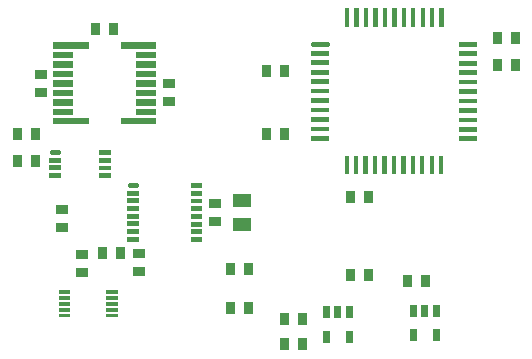
<source format=gbr>
G04 start of page 9 for group -4015 idx -4015
G04 Title: (unknown), toppaste *
G04 Creator: pcb 20070208 *
G04 CreationDate: Fri Aug 31 23:19:37 2007 UTC *
G04 For: sean *
G04 Format: Gerber/RS-274X *
G04 PCB-Dimensions: 250000 150000 *
G04 PCB-Coordinate-Origin: lower left *
%MOIN*%
%FSLAX24Y24*%
%LNFRONTPASTE*%
%ADD23R,0.0240X0.0240*%
%ADD24R,0.0300X0.0300*%
%ADD25R,0.0450X0.0450*%
%ADD26R,0.0160X0.0160*%
%ADD27C,0.0160*%
%ADD28R,0.0216X0.0216*%
%ADD29R,0.0118X0.0118*%
%ADD30C,0.0150*%
%ADD31R,0.0150X0.0150*%
G54D24*X4350Y4960D02*X4450D01*
X4350Y4360D02*X4450D01*
X6270Y4980D02*X6370D01*
X6270Y4380D02*X6370D01*
X5080Y5050D02*Y4950D01*
X5680Y5050D02*Y4950D01*
G54D30*X12120Y11960D02*X12580D01*
G54D31*X12120Y11650D02*X12580D01*
X12120Y11340D02*X12580D01*
X12120Y11020D02*X12580D01*
X12120Y10710D02*X12580D01*
X12120Y10390D02*X12580D01*
X12120Y10080D02*X12580D01*
X12120Y9760D02*X12580D01*
X12120Y9450D02*X12580D01*
X12120Y9130D02*X12580D01*
X12120Y8820D02*X12580D01*
X13240Y8150D02*Y7690D01*
X13550Y8150D02*Y7690D01*
X13860Y8150D02*Y7690D01*
X14180Y8150D02*Y7690D01*
X14490Y8150D02*Y7690D01*
X14810Y8150D02*Y7690D01*
X15120Y8150D02*Y7690D01*
X15440Y8150D02*Y7690D01*
X15750Y8150D02*Y7690D01*
X16070Y8150D02*Y7690D01*
X16380Y8150D02*Y7690D01*
X17050Y8810D02*X17510D01*
X17050Y9120D02*X17510D01*
X17050Y9430D02*X17510D01*
X17050Y9750D02*X17510D01*
X17050Y10060D02*X17510D01*
X17050Y10380D02*X17510D01*
X17050Y10690D02*X17510D01*
X17050Y11010D02*X17510D01*
X17050Y11320D02*X17510D01*
X17050Y11640D02*X17510D01*
X17050Y11950D02*X17510D01*
X16390Y13080D02*Y12620D01*
X16080Y13080D02*Y12620D01*
X15770Y13080D02*Y12620D01*
X15450Y13080D02*Y12620D01*
X15140Y13080D02*Y12620D01*
X14820Y13080D02*Y12620D01*
X14510Y13080D02*Y12620D01*
X14190Y13080D02*Y12620D01*
X13880Y13080D02*Y12620D01*
X13560Y13080D02*Y12620D01*
X13250Y13080D02*Y12620D01*
G54D27*X6000Y7250D02*X6220D01*
G54D26*X6000Y6990D02*X6220D01*
X6000Y6740D02*X6220D01*
X6000Y6480D02*X6220D01*
X6000Y6220D02*X6220D01*
X6000Y5970D02*X6220D01*
X6000Y5710D02*X6220D01*
X6000Y5460D02*X6220D01*
X8120Y5450D02*X8340D01*
X8120Y5710D02*X8340D01*
X8120Y5960D02*X8340D01*
X8120Y6220D02*X8340D01*
X8120Y6480D02*X8340D01*
X8120Y6730D02*X8340D01*
X8120Y6990D02*X8340D01*
X8120Y7240D02*X8340D01*
G54D24*X8800Y6650D02*X8900D01*
X8800Y6050D02*X8900D01*
X2250Y9000D02*Y8900D01*
X2850Y9000D02*Y8900D01*
X13350Y6900D02*Y6800D01*
X13950Y6900D02*Y6800D01*
X13350Y4300D02*Y4200D01*
X13950Y4300D02*Y4200D01*
X15250Y4100D02*Y4000D01*
X15850Y4100D02*Y4000D01*
X18850Y12200D02*Y12100D01*
X18250Y12200D02*Y12100D01*
X9350Y4500D02*Y4400D01*
X9950Y4500D02*Y4400D01*
X3700Y5850D02*X3800D01*
X3700Y6450D02*X3800D01*
X2250Y8100D02*Y8000D01*
X2850Y8100D02*Y8000D01*
X3000Y10950D02*X3100D01*
X3000Y10350D02*X3100D01*
X9350Y3200D02*Y3100D01*
X9950Y3200D02*Y3100D01*
X18250Y11300D02*Y11200D01*
X18850Y11300D02*Y11200D01*
X11150Y2850D02*Y2750D01*
X11750Y2850D02*Y2750D01*
X7250Y10650D02*X7350D01*
X7250Y10050D02*X7350D01*
X10550Y11100D02*Y11000D01*
X11150Y11100D02*Y11000D01*
G54D25*X9680Y6750D02*X9820D01*
X9680Y5950D02*X9820D01*
G54D24*X11150Y2000D02*Y1900D01*
X11750Y2000D02*Y1900D01*
X10550Y9000D02*Y8900D01*
X11150Y9000D02*Y8900D01*
G54D29*X3693Y3696D02*X3968D01*
X3693Y3499D02*X3968D01*
X3693Y3302D02*X3968D01*
X3693Y3105D02*X3968D01*
X3693Y2908D02*X3968D01*
X5268D02*X5543D01*
X5268Y3105D02*X5543D01*
X5268Y3302D02*X5543D01*
X5268Y3499D02*X5543D01*
X5268Y3696D02*X5543D01*
G54D23*X15450Y2330D02*Y2170D01*
X16230Y2330D02*Y2170D01*
Y3150D02*Y2990D01*
X15840Y3150D02*Y2990D01*
X15450Y3150D02*Y2990D01*
G54D28*X3555Y11909D02*X4520D01*
X5819Y9390D02*X6783D01*
X3555Y10020D02*X4008D01*
X3555Y10335D02*X4008D01*
X3555Y10650D02*X4008D01*
X3555Y9705D02*X4008D01*
X3555Y10965D02*X4008D01*
X3555Y11279D02*X4008D01*
X3555Y11594D02*X4008D01*
X3555Y9390D02*X4520D01*
X5819Y11909D02*X6783D01*
X6331Y10020D02*X6783D01*
X6331Y10335D02*X6783D01*
X6331Y10650D02*X6783D01*
X6331Y9705D02*X6783D01*
X6330Y10965D02*X6783D01*
X6331Y11279D02*X6783D01*
X6331Y11594D02*X6783D01*
G54D27*X3400Y8350D02*X3620D01*
G54D26*X3400Y8090D02*X3620D01*
X3400Y7840D02*X3620D01*
X3400Y7580D02*X3620D01*
X5070Y7570D02*X5290D01*
X5070Y7830D02*X5290D01*
X5070Y8080D02*X5290D01*
X5070Y8340D02*X5290D01*
G54D24*X4850Y12500D02*Y12400D01*
X5450Y12500D02*Y12400D01*
G54D23*X12550Y2280D02*Y2120D01*
X13330Y2280D02*Y2120D01*
Y3100D02*Y2940D01*
X12940Y3100D02*Y2940D01*
X12550Y3100D02*Y2940D01*
M02*

</source>
